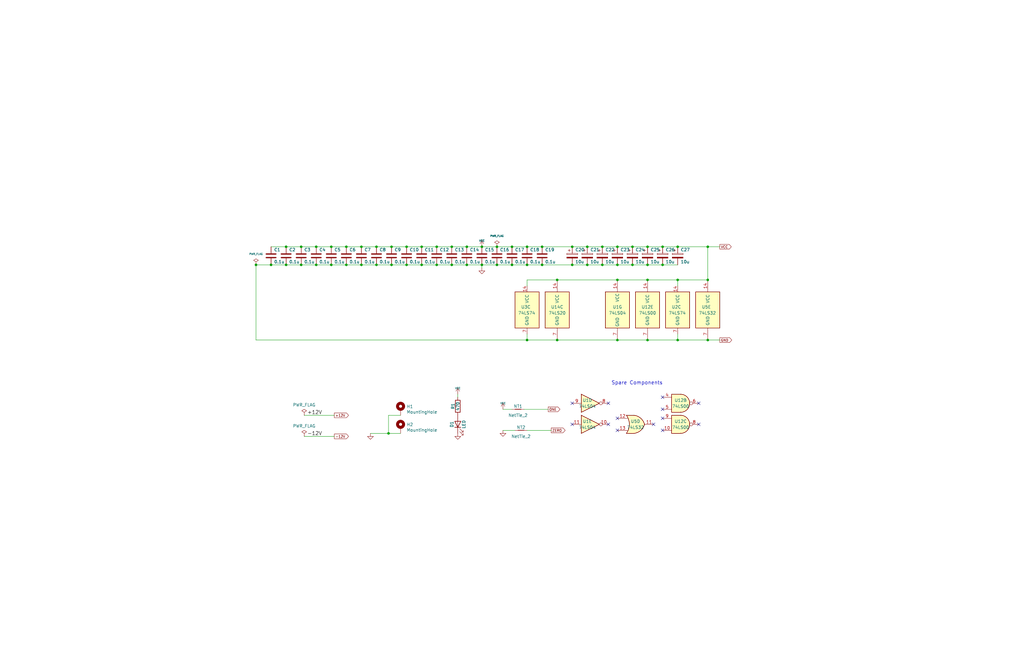
<source format=kicad_sch>
(kicad_sch (version 20211123) (generator eeschema)
  (paper "B")
  (lib_symbols
    (symbol "74xx:74LS00" (pin_names (offset 1.016))
      (property "Reference" "U" (at 0 1.27 0))
      (property "Value" "74LS00" (at 0 -1.27 0))
      (symbol "74LS00_1_1"
        (arc (start 0 -3.81) (mid 3.81 0) (end 0 3.81) (stroke (width 0.254)) (fill (type background)))
        (polyline (pts (xy 0 3.81) (xy -3.81 3.81) (xy -3.81 -3.81) (xy 0 -3.81)) (stroke (width 0.254)) (fill (type background)))
        (pin input line (at -7.62 2.54 0) (length 3.81) (name "~") (number "1"))
        (pin input line (at -7.62 -2.54 0) (length 3.81) (name "~") (number "2"))
        (pin output inverted (at 7.62 0 180) (length 3.81) (name "~") (number "3"))
      )
      (symbol "74LS00_1_2"
        (arc (start -3.81 -3.81) (mid -2.589 0) (end -3.81 3.81) (stroke (width 0.254)))
        (arc (start -0.6096 -3.81) (mid 2.1842 -2.5851) (end 3.81 0) (stroke (width 0.254)) (fill (type background)))
        (polyline (pts (xy -3.81 -3.81) (xy -0.635 -3.81)) (stroke (width 0.254)) (fill (type background)))
        (polyline (pts (xy -3.81 3.81) (xy -0.635 3.81)) (stroke (width 0.254)) (fill (type background)))
        (polyline (pts (xy -0.635 3.81) (xy -3.81 3.81) (xy -3.81 3.81) (xy -3.556 3.4036) (xy -3.0226 2.2606) (xy -2.6924 1.0414) (xy -2.6162 -0.254) (xy -2.7686 -1.4986) (xy -3.175 -2.7178) (xy -3.81 -3.81) (xy -3.81 -3.81) (xy -0.635 -3.81)) (stroke (width -25.4)) (fill (type background)))
        (arc (start 3.81 0) (mid 2.1915 2.5936) (end -0.6096 3.81) (stroke (width 0.254)) (fill (type background)))
        (pin input inverted (at -7.62 2.54 0) (length 4.318) (name "~") (number "1"))
        (pin input inverted (at -7.62 -2.54 0) (length 4.318) (name "~") (number "2"))
        (pin output line (at 7.62 0 180) (length 3.81) (name "~") (number "3"))
      )
      (symbol "74LS00_2_1"
        (arc (start 0 -3.81) (mid 3.81 0) (end 0 3.81) (stroke (width 0.254)) (fill (type background)))
        (polyline (pts (xy 0 3.81) (xy -3.81 3.81) (xy -3.81 -3.81) (xy 0 -3.81)) (stroke (width 0.254)) (fill (type background)))
        (pin input line (at -7.62 2.54 0) (length 3.81) (name "~") (number "4"))
        (pin input line (at -7.62 -2.54 0) (length 3.81) (name "~") (number "5"))
        (pin output inverted (at 7.62 0 180) (length 3.81) (name "~") (number "6"))
      )
      (symbol "74LS00_2_2"
        (arc (start -3.81 -3.81) (mid -2.589 0) (end -3.81 3.81) (stroke (width 0.254)))
        (arc (start -0.6096 -3.81) (mid 2.1842 -2.5851) (end 3.81 0) (stroke (width 0.254)) (fill (type background)))
        (polyline (pts (xy -3.81 -3.81) (xy -0.635 -3.81)) (stroke (width 0.254)) (fill (type background)))
        (polyline (pts (xy -3.81 3.81) (xy -0.635 3.81)) (stroke (width 0.254)) (fill (type background)))
        (polyline (pts (xy -0.635 3.81) (xy -3.81 3.81) (xy -3.81 3.81) (xy -3.556 3.4036) (xy -3.0226 2.2606) (xy -2.6924 1.0414) (xy -2.6162 -0.254) (xy -2.7686 -1.4986) (xy -3.175 -2.7178) (xy -3.81 -3.81) (xy -3.81 -3.81) (xy -0.635 -3.81)) (stroke (width -25.4)) (fill (type background)))
        (arc (start 3.81 0) (mid 2.1915 2.5936) (end -0.6096 3.81) (stroke (width 0.254)) (fill (type background)))
        (pin input inverted (at -7.62 2.54 0) (length 4.318) (name "~") (number "4"))
        (pin input inverted (at -7.62 -2.54 0) (length 4.318) (name "~") (number "5"))
        (pin output line (at 7.62 0 180) (length 3.81) (name "~") (number "6"))
      )
      (symbol "74LS00_3_1"
        (arc (start 0 -3.81) (mid 3.81 0) (end 0 3.81) (stroke (width 0.254)) (fill (type background)))
        (polyline (pts (xy 0 3.81) (xy -3.81 3.81) (xy -3.81 -3.81) (xy 0 -3.81)) (stroke (width 0.254)) (fill (type background)))
        (pin input line (at -7.62 -2.54 0) (length 3.81) (name "~") (number "10"))
        (pin output inverted (at 7.62 0 180) (length 3.81) (name "~") (number "8"))
        (pin input line (at -7.62 2.54 0) (length 3.81) (name "~") (number "9"))
      )
      (symbol "74LS00_3_2"
        (arc (start -3.81 -3.81) (mid -2.589 0) (end -3.81 3.81) (stroke (width 0.254)))
        (arc (start -0.6096 -3.81) (mid 2.1842 -2.5851) (end 3.81 0) (stroke (width 0.254)) (fill (type background)))
        (polyline (pts (xy -3.81 -3.81) (xy -0.635 -3.81)) (stroke (width 0.254)) (fill (type background)))
        (polyline (pts (xy -3.81 3.81) (xy -0.635 3.81)) (stroke (width 0.254)) (fill (type background)))
        (polyline (pts (xy -0.635 3.81) (xy -3.81 3.81) (xy -3.81 3.81) (xy -3.556 3.4036) (xy -3.0226 2.2606) (xy -2.6924 1.0414) (xy -2.6162 -0.254) (xy -2.7686 -1.4986) (xy -3.175 -2.7178) (xy -3.81 -3.81) (xy -3.81 -3.81) (xy -0.635 -3.81)) (stroke (width -25.4)) (fill (type background)))
        (arc (start 3.81 0) (mid 2.1915 2.5936) (end -0.6096 3.81) (stroke (width 0.254)) (fill (type background)))
        (pin input inverted (at -7.62 -2.54 0) (length 4.318) (name "~") (number "10"))
        (pin output line (at 7.62 0 180) (length 3.81) (name "~") (number "8"))
        (pin input inverted (at -7.62 2.54 0) (length 4.318) (name "~") (number "9"))
      )
      (symbol "74LS00_4_1"
        (arc (start 0 -3.81) (mid 3.81 0) (end 0 3.81) (stroke (width 0.254)) (fill (type background)))
        (polyline (pts (xy 0 3.81) (xy -3.81 3.81) (xy -3.81 -3.81) (xy 0 -3.81)) (stroke (width 0.254)) (fill (type background)))
        (pin output inverted (at 7.62 0 180) (length 3.81) (name "~") (number "11"))
        (pin input line (at -7.62 2.54 0) (length 3.81) (name "~") (number "12"))
        (pin input line (at -7.62 -2.54 0) (length 3.81) (name "~") (number "13"))
      )
      (symbol "74LS00_4_2"
        (arc (start -3.81 -3.81) (mid -2.589 0) (end -3.81 3.81) (stroke (width 0.254)))
        (arc (start -0.6096 -3.81) (mid 2.1842 -2.5851) (end 3.81 0) (stroke (width 0.254)) (fill (type background)))
        (polyline (pts (xy -3.81 -3.81) (xy -0.635 -3.81)) (stroke (width 0.254)) (fill (type background)))
        (polyline (pts (xy -3.81 3.81) (xy -0.635 3.81)) (stroke (width 0.254)) (fill (type background)))
        (polyline (pts (xy -0.635 3.81) (xy -3.81 3.81) (xy -3.81 3.81) (xy -3.556 3.4036) (xy -3.0226 2.2606) (xy -2.6924 1.0414) (xy -2.6162 -0.254) (xy -2.7686 -1.4986) (xy -3.175 -2.7178) (xy -3.81 -3.81) (xy -3.81 -3.81) (xy -0.635 -3.81)) (stroke (width -25.4)) (fill (type background)))
        (arc (start 3.81 0) (mid 2.1915 2.5936) (end -0.6096 3.81) (stroke (width 0.254)) (fill (type background)))
        (pin output line (at 7.62 0 180) (length 3.81) (name "~") (number "11"))
        (pin input inverted (at -7.62 2.54 0) (length 4.318) (name "~") (number "12"))
        (pin input inverted (at -7.62 -2.54 0) (length 4.318) (name "~") (number "13"))
      )
      (symbol "74LS00_5_0"
        (pin power_in line (at 0 12.7 270) (length 5.08) (name "VCC") (number "14"))
        (pin power_in line (at 0 -12.7 90) (length 5.08) (name "GND") (number "7"))
      )
      (symbol "74LS00_5_1"
        (rectangle (start -5.08 7.62) (end 5.08 -7.62) (stroke (width 0.254)) (fill (type background)))
      )
    )
    (symbol "74xx:74LS04"
      (property "Reference" "U" (at 0 1.27 0))
      (property "Value" "74LS04" (at 0 -1.27 0))
      (symbol "74LS04_1_0"
        (polyline (pts (xy -3.81 3.81) (xy -3.81 -3.81) (xy 3.81 0) (xy -3.81 3.81)) (stroke (width 0.254)) (fill (type background)))
        (pin input line (at -7.62 0 0) (length 3.81) (name "~") (number "1"))
        (pin output inverted (at 7.62 0 180) (length 3.81) (name "~") (number "2"))
      )
      (symbol "74LS04_2_0"
        (polyline (pts (xy -3.81 3.81) (xy -3.81 -3.81) (xy 3.81 0) (xy -3.81 3.81)) (stroke (width 0.254)) (fill (type background)))
        (pin input line (at -7.62 0 0) (length 3.81) (name "~") (number "3"))
        (pin output inverted (at 7.62 0 180) (length 3.81) (name "~") (number "4"))
      )
      (symbol "74LS04_3_0"
        (polyline (pts (xy -3.81 3.81) (xy -3.81 -3.81) (xy 3.81 0) (xy -3.81 3.81)) (stroke (width 0.254)) (fill (type background)))
        (pin input line (at -7.62 0 0) (length 3.81) (name "~") (number "5"))
        (pin output inverted (at 7.62 0 180) (length 3.81) (name "~") (number "6"))
      )
      (symbol "74LS04_4_0"
        (polyline (pts (xy -3.81 3.81) (xy -3.81 -3.81) (xy 3.81 0) (xy -3.81 3.81)) (stroke (width 0.254)) (fill (type background)))
        (pin output inverted (at 7.62 0 180) (length 3.81) (name "~") (number "8"))
        (pin input line (at -7.62 0 0) (length 3.81) (name "~") (number "9"))
      )
      (symbol "74LS04_5_0"
        (polyline (pts (xy -3.81 3.81) (xy -3.81 -3.81) (xy 3.81 0) (xy -3.81 3.81)) (stroke (width 0.254)) (fill (type background)))
        (pin output inverted (at 7.62 0 180) (length 3.81) (name "~") (number "10"))
        (pin input line (at -7.62 0 0) (length 3.81) (name "~") (number "11"))
      )
      (symbol "74LS04_6_0"
        (polyline (pts (xy -3.81 3.81) (xy -3.81 -3.81) (xy 3.81 0) (xy -3.81 3.81)) (stroke (width 0.254)) (fill (type background)))
        (pin output inverted (at 7.62 0 180) (length 3.81) (name "~") (number "12"))
        (pin input line (at -7.62 0 0) (length 3.81) (name "~") (number "13"))
      )
      (symbol "74LS04_7_0"
        (pin power_in line (at 0 12.7 270) (length 5.08) (name "VCC") (number "14"))
        (pin power_in line (at 0 -12.7 90) (length 5.08) (name "GND") (number "7"))
      )
      (symbol "74LS04_7_1"
        (rectangle (start -5.08 7.62) (end 5.08 -7.62) (stroke (width 0.254)) (fill (type background)))
      )
    )
    (symbol "74xx:74LS20" (pin_names (offset 1.016))
      (property "Reference" "U" (at 0 1.27 0))
      (property "Value" "74LS20" (at 0 -1.27 0))
      (symbol "74LS20_1_1"
        (arc (start -0.635 -4.445) (mid 3.81 0) (end -0.635 4.445) (stroke (width 0.254)) (fill (type background)))
        (polyline (pts (xy -0.635 4.445) (xy -3.81 4.445) (xy -3.81 -4.445) (xy -0.635 -4.445)) (stroke (width 0.254)) (fill (type background)))
        (pin input line (at -7.62 3.81 0) (length 3.81) (name "~") (number "1"))
        (pin input line (at -7.62 1.27 0) (length 3.81) (name "~") (number "2"))
        (pin input line (at -7.62 -1.27 0) (length 3.81) (name "~") (number "4"))
        (pin input line (at -7.62 -3.81 0) (length 3.81) (name "~") (number "5"))
        (pin output inverted (at 7.62 0 180) (length 3.81) (name "~") (number "6"))
      )
      (symbol "74LS20_1_2"
        (arc (start -3.81 -4.445) (mid -2.5908 0) (end -3.81 4.445) (stroke (width 0.254)))
        (arc (start -0.6096 -4.445) (mid 2.2246 -2.8422) (end 3.81 0) (stroke (width 0.254)) (fill (type background)))
        (polyline (pts (xy -3.81 -4.445) (xy -0.635 -4.445)) (stroke (width 0.254)) (fill (type background)))
        (polyline (pts (xy -3.81 4.445) (xy -0.635 4.445)) (stroke (width 0.254)) (fill (type background)))
        (polyline (pts (xy -0.635 4.445) (xy -3.81 4.445) (xy -3.81 4.445) (xy -3.6322 4.0894) (xy -3.0988 2.921) (xy -2.7686 1.6764) (xy -2.6162 0.4318) (xy -2.6416 -0.8636) (xy -2.8702 -2.1082) (xy -3.2512 -3.3274) (xy -3.81 -4.445) (xy -3.81 -4.445) (xy -0.635 -4.445)) (stroke (width -25.4)) (fill (type background)))
        (arc (start 3.81 0) (mid 2.2204 2.8379) (end -0.6096 4.445) (stroke (width 0.254)) (fill (type background)))
        (pin input inverted (at -7.62 3.81 0) (length 3.81) (name "~") (number "1"))
        (pin input inverted (at -7.62 1.27 0) (length 4.826) (name "~") (number "2"))
        (pin input inverted (at -7.62 -1.27 0) (length 4.826) (name "~") (number "4"))
        (pin input inverted (at -7.62 -3.81 0) (length 3.81) (name "~") (number "5"))
        (pin output line (at 7.62 0 180) (length 3.81) (name "~") (number "6"))
      )
      (symbol "74LS20_2_1"
        (arc (start -0.635 -4.445) (mid 3.81 0) (end -0.635 4.445) (stroke (width 0.254)) (fill (type background)))
        (polyline (pts (xy -0.635 4.445) (xy -3.81 4.445) (xy -3.81 -4.445) (xy -0.635 -4.445)) (stroke (width 0.254)) (fill (type background)))
        (pin input line (at -7.62 1.27 0) (length 3.81) (name "~") (number "10"))
        (pin input line (at -7.62 -1.27 0) (length 3.81) (name "~") (number "12"))
        (pin input line (at -7.62 -3.81 0) (length 3.81) (name "~") (number "13"))
        (pin output inverted (at 7.62 0 180) (length 3.81) (name "~") (number "8"))
        (pin input line (at -7.62 3.81 0) (length 3.81) (name "~") (number "9"))
      )
      (symbol "74LS20_2_2"
        (arc (start -3.81 -4.445) (mid -2.5908 0) (end -3.81 4.445) (stroke (width 0.254)))
        (arc (start -0.6096 -4.445) (mid 2.2246 -2.8422) (end 3.81 0) (stroke (width 0.254)) (fill (type background)))
        (polyline (pts (xy -3.81 -4.445) (xy -0.635 -4.445)) (stroke (width 0.254)) (fill (type background)))
        (polyline (pts (xy -3.81 4.445) (xy -0.635 4.445)) (stroke (width 0.254)) (fill (type background)))
        (polyline (pts (xy -0.635 4.445) (xy -3.81 4.445) (xy -3.81 4.445) (xy -3.6322 4.0894) (xy -3.0988 2.921) (xy -2.7686 1.6764) (xy -2.6162 0.4318) (xy -2.6416 -0.8636) (xy -2.8702 -2.1082) (xy -3.2512 -3.3274) (xy -3.81 -4.445) (xy -3.81 -4.445) (xy -0.635 -4.445)) (stroke (width -25.4)) (fill (type background)))
        (arc (start 3.81 0) (mid 2.2204 2.8379) (end -0.6096 4.445) (stroke (width 0.254)) (fill (type background)))
        (pin input inverted (at -7.62 1.27 0) (length 4.826) (name "~") (number "10"))
        (pin input inverted (at -7.62 -1.27 0) (length 4.826) (name "~") (number "12"))
        (pin input inverted (at -7.62 -3.81 0) (length 3.81) (name "~") (number "13"))
        (pin output line (at 7.62 0 180) (length 3.81) (name "~") (number "8"))
        (pin input inverted (at -7.62 3.81 0) (length 3.81) (name "~") (number "9"))
      )
      (symbol "74LS20_3_0"
        (pin power_in line (at 0 12.7 270) (length 5.08) (name "VCC") (number "14"))
        (pin power_in line (at 0 -12.7 90) (length 5.08) (name "GND") (number "7"))
      )
      (symbol "74LS20_3_1"
        (rectangle (start -5.08 7.62) (end 5.08 -7.62) (stroke (width 0.254)) (fill (type background)))
      )
    )
    (symbol "74xx:74LS32" (pin_names (offset 1.016))
      (property "Reference" "U" (at 0 1.27 0))
      (property "Value" "74LS32" (at 0 -1.27 0))
      (symbol "74LS32_1_1"
        (arc (start -3.81 -3.81) (mid -2.589 0) (end -3.81 3.81) (stroke (width 0.254)))
        (arc (start -0.6096 -3.81) (mid 2.1842 -2.5851) (end 3.81 0) (stroke (width 0.254)) (fill (type background)))
        (polyline (pts (xy -3.81 -3.81) (xy -0.635 -3.81)) (stroke (width 0.254)) (fill (type background)))
        (polyline (pts (xy -3.81 3.81) (xy -0.635 3.81)) (stroke (width 0.254)) (fill (type background)))
        (polyline (pts (xy -0.635 3.81) (xy -3.81 3.81) (xy -3.81 3.81) (xy -3.556 3.4036) (xy -3.0226 2.2606) (xy -2.6924 1.0414) (xy -2.6162 -0.254) (xy -2.7686 -1.4986) (xy -3.175 -2.7178) (xy -3.81 -3.81) (xy -3.81 -3.81) (xy -0.635 -3.81)) (stroke (width -25.4)) (fill (type background)))
        (arc (start 3.81 0) (mid 2.1915 2.5936) (end -0.6096 3.81) (stroke (width 0.254)) (fill (type background)))
        (pin input line (at -7.62 2.54 0) (length 4.318) (name "~") (number "1"))
        (pin input line (at -7.62 -2.54 0) (length 4.318) (name "~") (number "2"))
        (pin output line (at 7.62 0 180) (length 3.81) (name "~") (number "3"))
      )
      (symbol "74LS32_1_2"
        (arc (start 0 -3.81) (mid 3.81 0) (end 0 3.81) (stroke (width 0.254)) (fill (type background)))
        (polyline (pts (xy 0 3.81) (xy -3.81 3.81) (xy -3.81 -3.81) (xy 0 -3.81)) (stroke (width 0.254)) (fill (type background)))
        (pin input inverted (at -7.62 2.54 0) (length 3.81) (name "~") (number "1"))
        (pin input inverted (at -7.62 -2.54 0) (length 3.81) (name "~") (number "2"))
        (pin output inverted (at 7.62 0 180) (length 3.81) (name "~") (number "3"))
      )
      (symbol "74LS32_2_1"
        (arc (start -3.81 -3.81) (mid -2.589 0) (end -3.81 3.81) (stroke (width 0.254)))
        (arc (start -0.6096 -3.81) (mid 2.1842 -2.5851) (end 3.81 0) (stroke (width 0.254)) (fill (type background)))
        (polyline (pts (xy -3.81 -3.81) (xy -0.635 -3.81)) (stroke (width 0.254)) (fill (type background)))
        (polyline (pts (xy -3.81 3.81) (xy -0.635 3.81)) (stroke (width 0.254)) (fill (type background)))
        (polyline (pts (xy -0.635 3.81) (xy -3.81 3.81) (xy -3.81 3.81) (xy -3.556 3.4036) (xy -3.0226 2.2606) (xy -2.6924 1.0414) (xy -2.6162 -0.254) (xy -2.7686 -1.4986) (xy -3.175 -2.7178) (xy -3.81 -3.81) (xy -3.81 -3.81) (xy -0.635 -3.81)) (stroke (width -25.4)) (fill (type background)))
        (arc (start 3.81 0) (mid 2.1915 2.5936) (end -0.6096 3.81) (stroke (width 0.254)) (fill (type background)))
        (pin input line (at -7.62 2.54 0) (length 4.318) (name "~") (number "4"))
        (pin input line (at -7.62 -2.54 0) (length 4.318) (name "~") (number "5"))
        (pin output line (at 7.62 0 180) (length 3.81) (name "~") (number "6"))
      )
      (symbol "74LS32_2_2"
        (arc (start 0 -3.81) (mid 3.81 0) (end 0 3.81) (stroke (width 0.254)) (fill (type background)))
        (polyline (pts (xy 0 3.81) (xy -3.81 3.81) (xy -3.81 -3.81) (xy 0 -3.81)) (stroke (width 0.254)) (fill (type background)))
        (pin input inverted (at -7.62 2.54 0) (length 3.81) (name "~") (number "4"))
        (pin input inverted (at -7.62 -2.54 0) (length 3.81) (name "~") (number "5"))
        (pin output inverted (at 7.62 0 180) (length 3.81) (name "~") (number "6"))
      )
      (symbol "74LS32_3_1"
        (arc (start -3.81 -3.81) (mid -2.589 0) (end -3.81 3.81) (stroke (width 0.254)))
        (arc (start -0.6096 -3.81) (mid 2.1842 -2.5851) (end 3.81 0) (stroke (width 0.254)) (fill (type background)))
        (polyline (pts (xy -3.81 -3.81) (xy -0.635 -3.81)) (stroke (width 0.254)) (fill (type background)))
        (polyline (pts (xy -3.81 3.81) (xy -0.635 3.81)) (stroke (width 0.254)) (fill (type background)))
        (polyline (pts (xy -0.635 3.81) (xy -3.81 3.81) (xy -3.81 3.81) (xy -3.556 3.4036) (xy -3.0226 2.2606) (xy -2.6924 1.0414) (xy -2.6162 -0.254) (xy -2.7686 -1.4986) (xy -3.175 -2.7178) (xy -3.81 -3.81) (xy -3.81 -3.81) (xy -0.635 -3.81)) (stroke (width -25.4)) (fill (type background)))
        (arc (start 3.81 0) (mid 2.1915 2.5936) (end -0.6096 3.81) (stroke (width 0.254)) (fill (type background)))
        (pin input line (at -7.62 -2.54 0) (length 4.318) (name "~") (number "10"))
        (pin output line (at 7.62 0 180) (length 3.81) (name "~") (number "8"))
        (pin input line (at -7.62 2.54 0) (length 4.318) (name "~") (number "9"))
      )
      (symbol "74LS32_3_2"
        (arc (start 0 -3.81) (mid 3.81 0) (end 0 3.81) (stroke (width 0.254)) (fill (type background)))
        (polyline (pts (xy 0 3.81) (xy -3.81 3.81) (xy -3.81 -3.81) (xy 0 -3.81)) (stroke (width 0.254)) (fill (type background)))
        (pin input inverted (at -7.62 -2.54 0) (length 3.81) (name "~") (number "10"))
        (pin output inverted (at 7.62 0 180) (length 3.81) (name "~") (number "8"))
        (pin input inverted (at -7.62 2.54 0) (length 3.81) (name "~") (number "9"))
      )
      (symbol "74LS32_4_1"
        (arc (start -3.81 -3.81) (mid -2.589 0) (end -3.81 3.81) (stroke (width 0.254)))
        (arc (start -0.6096 -3.81) (mid 2.1842 -2.5851) (end 3.81 0) (stroke (width 0.254)) (fill (type background)))
        (polyline (pts (xy -3.81 -3.81) (xy -0.635 -3.81)) (stroke (width 0.254)) (fill (type background)))
        (polyline (pts (xy -3.81 3.81) (xy -0.635 3.81)) (stroke (width 0.254)) (fill (type background)))
        (polyline (pts (xy -0.635 3.81) (xy -3.81 3.81) (xy -3.81 3.81) (xy -3.556 3.4036) (xy -3.0226 2.2606) (xy -2.6924 1.0414) (xy -2.6162 -0.254) (xy -2.7686 -1.4986) (xy -3.175 -2.7178) (xy -3.81 -3.81) (xy -3.81 -3.81) (xy -0.635 -3.81)) (stroke (width -25.4)) (fill (type background)))
        (arc (start 3.81 0) (mid 2.1915 2.5936) (end -0.6096 3.81) (stroke (width 0.254)) (fill (type background)))
        (pin output line (at 7.62 0 180) (length 3.81) (name "~") (number "11"))
        (pin input line (at -7.62 2.54 0) (length 4.318) (name "~") (number "12"))
        (pin input line (at -7.62 -2.54 0) (length 4.318) (name "~") (number "13"))
      )
      (symbol "74LS32_4_2"
        (arc (start 0 -3.81) (mid 3.81 0) (end 0 3.81) (stroke (width 0.254)) (fill (type background)))
        (polyline (pts (xy 0 3.81) (xy -3.81 3.81) (xy -3.81 -3.81) (xy 0 -3.81)) (stroke (width 0.254)) (fill (type background)))
        (pin output inverted (at 7.62 0 180) (length 3.81) (name "~") (number "11"))
        (pin input inverted (at -7.62 2.54 0) (length 3.81) (name "~") (number "12"))
        (pin input inverted (at -7.62 -2.54 0) (length 3.81) (name "~") (number "13"))
      )
      (symbol "74LS32_5_0"
        (pin power_in line (at 0 12.7 270) (length 5.08) (name "VCC") (number "14"))
        (pin power_in line (at 0 -12.7 90) (length 5.08) (name "GND") (number "7"))
      )
      (symbol "74LS32_5_1"
        (rectangle (start -5.08 7.62) (end 5.08 -7.62) (stroke (width 0.254)) (fill (type background)))
      )
    )
    (symbol "74xx:74LS74" (pin_names (offset 1.016))
      (property "Reference" "U" (at -7.62 8.89 0))
      (property "Value" "74LS74" (at -7.62 -8.89 0))
      (symbol "74LS74_1_0"
        (pin input line (at 0 -7.62 90) (length 2.54) (name "~{R}") (number "1"))
        (pin input line (at -7.62 2.54 0) (length 2.54) (name "D") (number "2"))
        (pin input clock (at -7.62 0 0) (length 2.54) (name "C") (number "3"))
        (pin input line (at 0 7.62 270) (length 2.54) (name "~{S}") (number "4"))
        (pin output line (at 7.62 2.54 180) (length 2.54) (name "Q") (number "5"))
        (pin output line (at 7.62 -2.54 180) (length 2.54) (name "~{Q}") (number "6"))
      )
      (symbol "74LS74_1_1"
        (rectangle (start -5.08 5.08) (end 5.08 -5.08) (stroke (width 0.254)) (fill (type background)))
      )
      (symbol "74LS74_2_0"
        (pin input line (at 0 7.62 270) (length 2.54) (name "~{S}") (number "10"))
        (pin input clock (at -7.62 0 0) (length 2.54) (name "C") (number "11"))
        (pin input line (at -7.62 2.54 0) (length 2.54) (name "D") (number "12"))
        (pin input line (at 0 -7.62 90) (length 2.54) (name "~{R}") (number "13"))
        (pin output line (at 7.62 -2.54 180) (length 2.54) (name "~{Q}") (number "8"))
        (pin output line (at 7.62 2.54 180) (length 2.54) (name "Q") (number "9"))
      )
      (symbol "74LS74_2_1"
        (rectangle (start -5.08 5.08) (end 5.08 -5.08) (stroke (width 0.254)) (fill (type background)))
      )
      (symbol "74LS74_3_0"
        (pin power_in line (at 0 10.16 270) (length 2.54) (name "VCC") (number "14"))
        (pin power_in line (at 0 -10.16 90) (length 2.54) (name "GND") (number "7"))
      )
      (symbol "74LS74_3_1"
        (rectangle (start -5.08 7.62) (end 5.08 -7.62) (stroke (width 0.254)) (fill (type background)))
      )
    )
    (symbol "Device:C" (pin_numbers hide) (pin_names (offset 0.254))
      (property "Reference" "C" (at 0.635 2.54 0))
      (property "Value" "C" (at 0.635 -2.54 0))
      (symbol "C_0_1"
        (polyline (pts (xy -2.032 -0.762) (xy 2.032 -0.762)) (stroke (width 0.508)))
        (polyline (pts (xy -2.032 0.762) (xy 2.032 0.762)) (stroke (width 0.508)))
      )
      (symbol "C_1_1"
        (pin passive line (at 0 3.81 270) (length 2.794) (name "~") (number "1"))
        (pin passive line (at 0 -3.81 90) (length 2.794) (name "~") (number "2"))
      )
    )
    (symbol "Device:C_Polarized" (pin_numbers hide) (pin_names (offset 0.254))
      (property "Reference" "C" (at 0.635 2.54 0))
      (property "Value" "C_Polarized" (at 0.635 -2.54 0))
      (symbol "C_Polarized_0_1"
        (rectangle (start -2.286 0.508) (end 2.286 1.016))
        (polyline (pts (xy -1.778 2.286) (xy -0.762 2.286)))
        (polyline (pts (xy -1.27 2.794) (xy -1.27 1.778)))
        (rectangle (start 2.286 -0.508) (end -2.286 -1.016) (fill (type outline)))
      )
      (symbol "C_Polarized_1_1"
        (pin passive line (at 0 3.81 270) (length 2.794) (name "~") (number "1"))
        (pin passive line (at 0 -3.81 90) (length 2.794) (name "~") (number "2"))
      )
    )
    (symbol "Device:LED" (pin_numbers hide) (pin_names (offset 1.016) hide)
      (property "Reference" "D" (at 0 2.54 0))
      (property "Value" "LED" (at 0 -2.54 0))
      (symbol "LED_0_1"
        (polyline (pts (xy -1.27 -1.27) (xy -1.27 1.27)) (stroke (width 0.254)))
        (polyline (pts (xy -1.27 0) (xy 1.27 0)))
        (polyline (pts (xy 1.27 -1.27) (xy 1.27 1.27) (xy -1.27 0) (xy 1.27 -1.27)) (stroke (width 0.254)))
        (polyline (pts (xy -3.048 -0.762) (xy -4.572 -2.286) (xy -3.81 -2.286) (xy -4.572 -2.286) (xy -4.572 -1.524)))
        (polyline (pts (xy -1.778 -0.762) (xy -3.302 -2.286) (xy -2.54 -2.286) (xy -3.302 -2.286) (xy -3.302 -1.524)))
      )
      (symbol "LED_1_1"
        (pin passive line (at -3.81 0 0) (length 2.54) (name "K") (number "1"))
        (pin passive line (at 3.81 0 180) (length 2.54) (name "A") (number "2"))
      )
    )
    (symbol "Device:NetTie_2" (pin_numbers hide) (pin_names (offset 0) hide) (in_bom no)
      (property "Reference" "NT" (at 0 1.27 0))
      (property "Value" "NetTie_2" (at 0 -1.27 0))
      (symbol "NetTie_2_0_1"
        (polyline (pts (xy -1.27 0) (xy 1.27 0)) (stroke (width 0.254)))
      )
      (symbol "NetTie_2_1_1"
        (pin passive line (at -2.54 0 0) (length 2.54) (name "1") (number "1"))
        (pin passive line (at 2.54 0 180) (length 2.54) (name "2") (number "2"))
      )
    )
    (symbol "Device:R" (pin_numbers hide) (pin_names (offset 0))
      (property "Reference" "R" (at 2.032 0 90))
      (property "Value" "R" (at 0 0 90))
      (symbol "R_0_1"
        (rectangle (start -1.016 -2.54) (end 1.016 2.54) (stroke (width 0.254)))
      )
      (symbol "R_1_1"
        (pin passive line (at 0 3.81 270) (length 1.27) (name "~") (number "1"))
        (pin passive line (at 0 -3.81 90) (length 1.27) (name "~") (number "2"))
      )
    )
    (symbol "Mechanical:MountingHole_Pad" (pin_numbers hide) (pin_names (offset 1.016) hide)
      (property "Reference" "H" (at 0 6.35 0))
      (property "Value" "MountingHole_Pad" (at 0 4.445 0))
      (symbol "MountingHole_Pad_0_1"
        (circle (center 0 1.27) (radius 1.27) (stroke (width 1.27)))
      )
      (symbol "MountingHole_Pad_1_1"
        (pin input line (at 0 -2.54 90) (length 2.54) (name "1") (number "1"))
      )
    )
    (symbol "power:GND" (power) (pin_names (offset 0))
      (property "Value" "GND" (at 0 -3.81 0))
      (symbol "GND_0_1"
        (polyline (pts (xy 0 0) (xy 0 -1.27) (xy 1.27 -1.27) (xy 0 -2.54) (xy -1.27 -1.27) (xy 0 -1.27)))
      )
      (symbol "GND_1_1"
        (pin power_in line (at 0 0 270) (length 0) hide (name "GND") (number "1"))
      )
    )
    (symbol "power:PWR_FLAG" (power) (pin_numbers hide) (pin_names (offset 0) hide)
      (property "Value" "PWR_FLAG" (at 0 3.81 0))
      (symbol "PWR_FLAG_0_0"
        (pin power_out line (at 0 0 90) (length 0) (name "pwr") (number "1"))
      )
      (symbol "PWR_FLAG_0_1"
        (polyline (pts (xy 0 0) (xy 0 1.27) (xy -1.016 1.905) (xy 0 2.54) (xy 1.016 1.905) (xy 0 1.27)))
      )
    )
    (symbol "power:VCC" (power) (pin_names (offset 0))
      (property "Value" "VCC" (at 0 3.81 0))
      (symbol "VCC_0_1"
        (polyline (pts (xy -0.762 1.27) (xy 0 2.54)))
        (polyline (pts (xy 0 0) (xy 0 2.54)))
        (polyline (pts (xy 0 2.54) (xy 0.762 1.27)))
      )
      (symbol "VCC_1_1"
        (pin power_in line (at 0 0 90) (length 0) hide (name "VCC") (number "1"))
      )
    )
  )
  (junction (at 273.05 104.14))
  (junction (at 241.3 111.76))
  (junction (at 279.4 111.76))
  (junction (at 285.75 118.11))
  (junction (at 127 104.14))
  (junction (at 228.6 104.14))
  (junction (at 285.75 104.14))
  (junction (at 177.8 104.14))
  (junction (at 203.2 104.14))
  (junction (at 152.4 104.14))
  (junction (at 203.2 111.76))
  (junction (at 222.25 104.14))
  (junction (at 247.65 104.14))
  (junction (at 152.4 111.76))
  (junction (at 196.85 104.14))
  (junction (at 215.9 111.76))
  (junction (at 209.55 104.14))
  (junction (at 209.55 111.76))
  (junction (at 260.35 111.76))
  (junction (at 260.35 118.11))
  (junction (at 196.85 111.76))
  (junction (at 241.3 104.14))
  (junction (at 165.1 104.14))
  (junction (at 139.7 104.14))
  (junction (at 285.75 143.51))
  (junction (at 273.05 143.51))
  (junction (at 127 111.76))
  (junction (at 114.3 111.76))
  (junction (at 260.35 104.14))
  (junction (at 222.25 143.51))
  (junction (at 177.8 111.76))
  (junction (at 163.83 182.88))
  (junction (at 298.45 143.51))
  (junction (at 107.95 111.76))
  (junction (at 171.45 104.14))
  (junction (at 190.5 104.14))
  (junction (at 184.15 104.14))
  (junction (at 266.7 111.76))
  (junction (at 158.75 104.14))
  (junction (at 133.35 111.76))
  (junction (at 171.45 111.76))
  (junction (at 165.1 111.76))
  (junction (at 279.4 104.14))
  (junction (at 298.45 104.14))
  (junction (at 266.7 104.14))
  (junction (at 247.65 111.76))
  (junction (at 146.05 104.14))
  (junction (at 228.6 111.76))
  (junction (at 184.15 111.76))
  (junction (at 215.9 104.14))
  (junction (at 234.95 143.51))
  (junction (at 190.5 111.76))
  (junction (at 254 104.14))
  (junction (at 133.35 104.14))
  (junction (at 260.35 143.51))
  (junction (at 273.05 111.76))
  (junction (at 273.05 118.11))
  (junction (at 234.95 118.11))
  (junction (at 146.05 111.76))
  (junction (at 254 111.76))
  (junction (at 222.25 111.76))
  (junction (at 298.45 118.11))
  (junction (at 139.7 111.76))
  (junction (at 120.65 111.76))
  (junction (at 158.75 111.76))
  (junction (at 120.65 104.14))
  (no_connect (at 256.54 179.07))
  (no_connect (at 275.59 179.07))
  (no_connect (at 241.3 179.07))
  (no_connect (at 294.64 179.07))
  (no_connect (at 279.4 172.72))
  (no_connect (at 260.35 176.53))
  (no_connect (at 256.54 170.18))
  (no_connect (at 241.3 170.18))
  (no_connect (at 260.35 181.61))
  (no_connect (at 279.4 176.53))
  (no_connect (at 279.4 181.61))
  (no_connect (at 294.64 170.18))
  (no_connect (at 279.4 167.64))
  (wire (pts (xy 260.35 143.51) (xy 273.05 143.51)))
  (wire (pts (xy 152.4 111.76) (xy 158.75 111.76)))
  (wire (pts (xy 133.35 111.76) (xy 139.7 111.76)))
  (wire (pts (xy 158.75 104.14) (xy 152.4 104.14)))
  (wire (pts (xy 222.25 111.76) (xy 228.6 111.76)))
  (wire (pts (xy 203.2 111.76) (xy 209.55 111.76)))
  (wire (pts (xy 266.7 111.76) (xy 273.05 111.76)))
  (wire (pts (xy 190.5 111.76) (xy 196.85 111.76)))
  (wire (pts (xy 212.09 181.61) (xy 217.17 181.61)))
  (wire (pts (xy 273.05 143.51) (xy 285.75 143.51)))
  (wire (pts (xy 168.91 182.88) (xy 163.83 182.88)))
  (wire (pts (xy 128.27 175.26) (xy 140.97 175.26)))
  (wire (pts (xy 165.1 104.14) (xy 158.75 104.14)))
  (wire (pts (xy 212.09 172.72) (xy 215.9 172.72)))
  (wire (pts (xy 254 111.76) (xy 260.35 111.76)))
  (wire (pts (xy 222.25 104.14) (xy 228.6 104.14)))
  (wire (pts (xy 222.25 120.65) (xy 222.25 118.11)))
  (wire (pts (xy 241.3 104.14) (xy 247.65 104.14)))
  (wire (pts (xy 247.65 111.76) (xy 254 111.76)))
  (wire (pts (xy 260.35 104.14) (xy 266.7 104.14)))
  (wire (pts (xy 285.75 118.11) (xy 298.45 118.11)))
  (wire (pts (xy 196.85 111.76) (xy 203.2 111.76)))
  (wire (pts (xy 209.55 104.14) (xy 215.9 104.14)))
  (wire (pts (xy 158.75 111.76) (xy 165.1 111.76)))
  (wire (pts (xy 107.95 111.76) (xy 114.3 111.76)))
  (wire (pts (xy 298.45 143.51) (xy 303.53 143.51)))
  (wire (pts (xy 222.25 118.11) (xy 234.95 118.11)))
  (wire (pts (xy 228.6 104.14) (xy 241.3 104.14)))
  (wire (pts (xy 203.2 104.14) (xy 209.55 104.14)))
  (wire (pts (xy 120.65 104.14) (xy 114.3 104.14)))
  (wire (pts (xy 184.15 104.14) (xy 190.5 104.14)))
  (wire (pts (xy 171.45 104.14) (xy 177.8 104.14)))
  (wire (pts (xy 128.27 184.15) (xy 140.97 184.15)))
  (wire (pts (xy 260.35 111.76) (xy 266.7 111.76)))
  (wire (pts (xy 260.35 118.11) (xy 273.05 118.11)))
  (wire (pts (xy 127 111.76) (xy 133.35 111.76)))
  (wire (pts (xy 279.4 104.14) (xy 285.75 104.14)))
  (wire (pts (xy 298.45 118.11) (xy 298.45 104.14)))
  (wire (pts (xy 234.95 118.11) (xy 260.35 118.11)))
  (wire (pts (xy 127 104.14) (xy 120.65 104.14)))
  (wire (pts (xy 234.95 143.51) (xy 260.35 143.51)))
  (wire (pts (xy 273.05 111.76) (xy 279.4 111.76)))
  (wire (pts (xy 222.25 143.51) (xy 234.95 143.51)))
  (wire (pts (xy 139.7 111.76) (xy 146.05 111.76)))
  (wire (pts (xy 114.3 111.76) (xy 120.65 111.76)))
  (wire (pts (xy 215.9 111.76) (xy 222.25 111.76)))
  (wire (pts (xy 273.05 118.11) (xy 285.75 118.11)))
  (wire (pts (xy 279.4 111.76) (xy 285.75 111.76)))
  (wire (pts (xy 254 104.14) (xy 260.35 104.14)))
  (wire (pts (xy 107.95 143.51) (xy 222.25 143.51)))
  (wire (pts (xy 177.8 111.76) (xy 184.15 111.76)))
  (wire (pts (xy 298.45 104.14) (xy 303.53 104.14)))
  (wire (pts (xy 220.98 172.72) (xy 231.14 172.72)))
  (wire (pts (xy 285.75 143.51) (xy 298.45 143.51)))
  (wire (pts (xy 152.4 104.14) (xy 146.05 104.14)))
  (wire (pts (xy 168.91 175.26) (xy 163.83 175.26)))
  (wire (pts (xy 203.2 111.76) (xy 203.2 113.03)))
  (wire (pts (xy 133.35 104.14) (xy 127 104.14)))
  (wire (pts (xy 146.05 104.14) (xy 139.7 104.14)))
  (wire (pts (xy 107.95 111.76) (xy 107.95 143.51)))
  (wire (pts (xy 184.15 111.76) (xy 190.5 111.76)))
  (wire (pts (xy 193.04 167.64) (xy 193.04 166.37)))
  (wire (pts (xy 247.65 104.14) (xy 254 104.14)))
  (wire (pts (xy 222.25 140.97) (xy 222.25 143.51)))
  (wire (pts (xy 228.6 111.76) (xy 241.3 111.76)))
  (wire (pts (xy 165.1 111.76) (xy 171.45 111.76)))
  (wire (pts (xy 273.05 104.14) (xy 279.4 104.14)))
  (wire (pts (xy 171.45 104.14) (xy 165.1 104.14)))
  (wire (pts (xy 222.25 181.61) (xy 232.41 181.61)))
  (wire (pts (xy 266.7 104.14) (xy 273.05 104.14)))
  (wire (pts (xy 285.75 140.97) (xy 285.75 143.51)))
  (wire (pts (xy 190.5 104.14) (xy 196.85 104.14)))
  (wire (pts (xy 177.8 104.14) (xy 184.15 104.14)))
  (wire (pts (xy 163.83 175.26) (xy 163.83 182.88)))
  (wire (pts (xy 139.7 104.14) (xy 133.35 104.14)))
  (wire (pts (xy 171.45 111.76) (xy 177.8 111.76)))
  (wire (pts (xy 241.3 111.76) (xy 247.65 111.76)))
  (wire (pts (xy 196.85 104.14) (xy 203.2 104.14)))
  (wire (pts (xy 285.75 118.11) (xy 285.75 120.65)))
  (wire (pts (xy 120.65 111.76) (xy 127 111.76)))
  (wire (pts (xy 215.9 104.14) (xy 222.25 104.14)))
  (wire (pts (xy 146.05 111.76) (xy 152.4 111.76)))
  (wire (pts (xy 285.75 104.14) (xy 298.45 104.14)))
  (wire (pts (xy 209.55 111.76) (xy 215.9 111.76)))
  (wire (pts (xy 163.83 182.88) (xy 156.21 182.88)))
  (text "Spare Components" (at 257.81 162.56 0) (effects (font (size 1.524 1.524)) (justify left bottom)))
  (label "-12V" (at 129.54 184.15 0) (effects (font (size 1.524 1.524))))
  (label "+12V" (at 129.54 175.26 0) (effects (font (size 1.524 1.524))))
  (global_label "ZERO" (shape output) (at 232.41 181.61 0) (effects (font (size 1.016 1.016))) (property "Intersheet References" "${INTERSHEET_REFS}" (effects hide)))
  (global_label "VCC" (shape output) (at 303.53 104.14 0) (effects (font (size 1.016 1.016))) (property "Intersheet References" "${INTERSHEET_REFS}" (effects hide)))
  (global_label "+12V" (shape output) (at 140.97 175.26 0) (effects (font (size 1.016 1.016))) (property "Intersheet References" "${INTERSHEET_REFS}" (effects hide)))
  (global_label "GND" (shape output) (at 303.53 143.51 0) (effects (font (size 1.016 1.016))) (property "Intersheet References" "${INTERSHEET_REFS}" (effects hide)))
  (global_label "-12V" (shape output) (at 140.97 184.15 0) (effects (font (size 1.016 1.016))) (property "Intersheet References" "${INTERSHEET_REFS}" (effects hide)))
  (global_label "ONE" (shape output) (at 231.14 172.72 0) (effects (font (size 1.016 1.016))) (property "Intersheet References" "${INTERSHEET_REFS}" (effects hide)))
  (symbol (lib_id "Device:C_Polarized") (at 285.75 107.95 0) (unit 1)
    (property "Reference" "C27" (at 287.02 105.41 0) (effects (justify left)))
    (property "Value" "10u" (at 287.02 110.49 0) (effects (justify left)))
    (property "Footprint" "Capacitor_THT:CP_Radial_D5.0mm_P2.50mm" (effects hide))
  )
  (symbol (lib_id "Device:C") (at 114.3 107.95 0) (unit 1)
    (property "Reference" "C1" (at 115.57 105.41 0) (effects (justify left)))
    (property "Value" "0.1u" (at 115.57 110.49 0) (effects (justify left)))
    (property "Footprint" "Capacitor_THT:C_Disc_D5.0mm_W2.5mm_P5.00mm" (effects hide))
  )
  (symbol (lib_id "power:GND") (at 203.2 113.03 0) (unit 1)
    (property "Reference" "#PWR05" (effects hide))
    (property "Value" "GND" (effects hide))
  )
  (symbol (lib_id "power:VCC") (at 203.2 104.14 0) (unit 1)
    (property "Reference" "#PWR04" (effects hide))
    (property "Value" "VCC" (at 203.2 101.6 0) (effects (font (size 0.762 0.762))))
  )
  (symbol (lib_id "Device:C") (at 215.9 107.95 0) (unit 1)
    (property "Reference" "C17" (at 217.17 105.41 0) (effects (justify left)))
    (property "Value" "0.1u" (at 217.17 110.49 0) (effects (justify left)))
    (property "Footprint" "Capacitor_THT:C_Disc_D5.0mm_W2.5mm_P5.00mm" (effects hide))
  )
  (symbol (lib_id "Device:C") (at 165.1 107.95 0) (unit 1)
    (property "Reference" "C9" (at 166.37 105.41 0) (effects (justify left)))
    (property "Value" "0.1u" (at 166.37 110.49 0) (effects (justify left)))
    (property "Footprint" "Capacitor_THT:C_Disc_D5.0mm_W2.5mm_P5.00mm" (effects hide))
  )
  (symbol (lib_id "Device:C") (at 171.45 107.95 0) (unit 1)
    (property "Reference" "C10" (at 172.72 105.41 0) (effects (justify left)))
    (property "Value" "0.1u" (at 172.72 110.49 0) (effects (justify left)))
    (property "Footprint" "Capacitor_THT:C_Disc_D5.0mm_W2.5mm_P5.00mm" (effects hide))
  )
  (symbol (lib_id "Device:C_Polarized") (at 266.7 107.95 0) (unit 1)
    (property "Reference" "C24" (at 267.97 105.41 0) (effects (justify left)))
    (property "Value" "10u" (at 267.97 110.49 0) (effects (justify left)))
    (property "Footprint" "Capacitor_THT:CP_Radial_D5.0mm_P2.50mm" (effects hide))
  )
  (symbol (lib_id "Device:C_Polarized") (at 273.05 107.95 0) (unit 1)
    (property "Reference" "C25" (at 274.32 105.41 0) (effects (justify left)))
    (property "Value" "10u" (at 274.32 110.49 0) (effects (justify left)))
    (property "Footprint" "Capacitor_THT:CP_Radial_D5.0mm_P2.50mm" (effects hide))
  )
  (symbol (lib_id "Device:C") (at 127 107.95 0) (unit 1)
    (property "Reference" "C3" (at 128.27 105.41 0) (effects (justify left)))
    (property "Value" "0.1u" (at 128.27 110.49 0) (effects (justify left)))
    (property "Footprint" "Capacitor_THT:C_Disc_D5.0mm_W2.5mm_P5.00mm" (effects hide))
  )
  (symbol (lib_id "Device:C") (at 133.35 107.95 0) (unit 1)
    (property "Reference" "C4" (at 134.62 105.41 0) (effects (justify left)))
    (property "Value" "0.1u" (at 134.62 110.49 0) (effects (justify left)))
    (property "Footprint" "Capacitor_THT:C_Disc_D5.0mm_W2.5mm_P5.00mm" (effects hide))
  )
  (symbol (lib_id "Device:C") (at 139.7 107.95 0) (unit 1)
    (property "Reference" "C5" (at 140.97 105.41 0) (effects (justify left)))
    (property "Value" "0.1u" (at 140.97 110.49 0) (effects (justify left)))
    (property "Footprint" "Capacitor_THT:C_Disc_D5.0mm_W2.5mm_P5.00mm" (effects hide))
  )
  (symbol (lib_id "power:GND") (at 193.04 182.88 0) (unit 1)
    (property "Reference" "#PWR03" (effects hide))
    (property "Value" "GND" (effects hide))
  )
  (symbol (lib_id "Device:C") (at 152.4 107.95 0) (unit 1)
    (property "Reference" "C7" (at 153.67 105.41 0) (effects (justify left)))
    (property "Value" "0.1u" (at 153.67 110.49 0) (effects (justify left)))
    (property "Footprint" "Capacitor_THT:C_Disc_D5.0mm_W2.5mm_P5.00mm" (effects hide))
  )
  (symbol (lib_id "Device:C_Polarized") (at 279.4 107.95 0) (unit 1)
    (property "Reference" "C26" (at 280.67 105.41 0) (effects (justify left)))
    (property "Value" "10u" (at 280.67 110.49 0) (effects (justify left)))
    (property "Footprint" "Capacitor_THT:CP_Radial_D5.0mm_P2.50mm" (effects hide))
  )
  (symbol (lib_id "Device:C") (at 177.8 107.95 0) (unit 1)
    (property "Reference" "C11" (at 179.07 105.41 0) (effects (justify left)))
    (property "Value" "0.1u" (at 179.07 110.49 0) (effects (justify left)))
    (property "Footprint" "Capacitor_THT:C_Disc_D5.0mm_W2.5mm_P5.00mm" (effects hide))
  )
  (symbol (lib_id "Device:C") (at 184.15 107.95 0) (unit 1)
    (property "Reference" "C12" (at 185.42 105.41 0) (effects (justify left)))
    (property "Value" "0.1u" (at 185.42 110.49 0) (effects (justify left)))
    (property "Footprint" "Capacitor_THT:C_Disc_D5.0mm_W2.5mm_P5.00mm" (effects hide))
  )
  (symbol (lib_id "Device:C") (at 190.5 107.95 0) (unit 1)
    (property "Reference" "C13" (at 191.77 105.41 0) (effects (justify left)))
    (property "Value" "0.1u" (at 191.77 110.49 0) (effects (justify left)))
    (property "Footprint" "Capacitor_THT:C_Disc_D5.0mm_W2.5mm_P5.00mm" (effects hide))
  )
  (symbol (lib_id "power:GND") (at 212.09 181.61 0) (unit 1)
    (property "Reference" "#PWR07" (effects hide))
    (property "Value" "GND" (effects hide))
  )
  (symbol (lib_id "power:GND") (at 156.21 182.88 0) (unit 1)
    (property "Reference" "#PWR01" (effects hide))
    (property "Value" "GND" (effects hide))
  )
  (symbol (lib_id "Mechanical:MountingHole_Pad") (at 168.91 180.34 0) (unit 1)
    (property "Reference" "H2" (at 171.45 179.1716 0) (effects (justify left)))
    (property "Value" "MountingHole" (at 171.45 181.483 0) (effects (justify left)))
    (property "Footprint" "MountingHole:MountingHole_3.2mm_M3_Pad" (effects hide))
  )
  (symbol (lib_id "Device:C") (at 196.85 107.95 0) (unit 1)
    (property "Reference" "C14" (at 198.12 105.41 0) (effects (justify left)))
    (property "Value" "0.1u" (at 198.12 110.49 0) (effects (justify left)))
    (property "Footprint" "Capacitor_THT:C_Disc_D5.0mm_W2.5mm_P5.00mm" (effects hide))
  )
  (symbol (lib_id "Device:C") (at 203.2 107.95 0) (unit 1)
    (property "Reference" "C15" (at 204.47 105.41 0) (effects (justify left)))
    (property "Value" "0.1u" (at 204.47 110.49 0) (effects (justify left)))
    (property "Footprint" "Capacitor_THT:C_Disc_D5.0mm_W2.5mm_P5.00mm" (effects hide))
  )
  (symbol (lib_id "Mechanical:MountingHole_Pad") (at 168.91 172.72 0) (unit 1)
    (property "Reference" "H1" (at 171.45 171.5516 0) (effects (justify left)))
    (property "Value" "MountingHole" (at 171.45 173.863 0) (effects (justify left)))
    (property "Footprint" "MountingHole:MountingHole_3.2mm_M3_Pad" (effects hide))
  )
  (symbol (lib_id "power:PWR_FLAG") (at 128.27 175.26 0) (unit 1)
    (property "Reference" "#FLG02" (effects hide))
    (property "Value" "PWR_FLAG" (at 128.27 170.8658 0))
  )
  (symbol (lib_id "power:PWR_FLAG") (at 128.27 184.15 0) (unit 1)
    (property "Reference" "#FLG03" (effects hide))
    (property "Value" "PWR_FLAG" (at 128.27 179.7558 0))
  )
  (symbol (lib_id "power:PWR_FLAG") (at 209.55 104.14 0) (unit 1)
    (property "Reference" "#FLG04" (effects hide))
    (property "Value" "PWR_FLAG" (at 209.55 99.568 0) (effects (font (size 0.762 0.762))))
  )
  (symbol (lib_id "Device:C_Polarized") (at 241.3 107.95 0) (unit 1)
    (property "Reference" "C20" (at 242.57 105.41 0) (effects (justify left)))
    (property "Value" "10u" (at 242.57 110.49 0) (effects (justify left)))
    (property "Footprint" "Capacitor_THT:CP_Radial_D5.0mm_P2.50mm" (effects hide))
  )
  (symbol (lib_id "Device:C_Polarized") (at 247.65 107.95 0) (unit 1)
    (property "Reference" "C21" (at 248.92 105.41 0) (effects (justify left)))
    (property "Value" "10u" (at 248.92 110.49 0) (effects (justify left)))
    (property "Footprint" "Capacitor_THT:CP_Radial_D5.0mm_P2.50mm" (effects hide))
  )
  (symbol (lib_id "Device:LED") (at 193.04 179.07 90) (unit 1)
    (property "Reference" "D1" (at 190.5 179.07 0))
    (property "Value" "LED" (at 195.58 179.07 0))
    (property "Footprint" "LED_THT:LED_D3.0mm_Horizontal_O3.81mm_Z2.0mm" (effects hide))
  )
  (symbol (lib_id "Device:R") (at 193.04 171.45 180) (unit 1)
    (property "Reference" "R1" (at 191.008 171.45 90))
    (property "Value" "470" (at 193.04 171.45 90))
    (property "Footprint" "Resistor_THT:R_Axial_DIN0207_L6.3mm_D2.5mm_P7.62mm_Horizontal" (effects hide))
  )
  (symbol (lib_id "Device:C") (at 120.65 107.95 0) (unit 1)
    (property "Reference" "C2" (at 121.92 105.41 0) (effects (justify left)))
    (property "Value" "0.1u" (at 121.92 110.49 0) (effects (justify left)))
    (property "Footprint" "Capacitor_THT:C_Disc_D5.0mm_W2.5mm_P5.00mm" (effects hide))
  )
  (symbol (lib_id "power:VCC") (at 193.04 166.37 0) (unit 1)
    (property "Reference" "#PWR02" (effects hide))
    (property "Value" "VCC" (at 193.04 163.83 0) (effects (font (size 0.762 0.762))))
  )
  (symbol (lib_id "Device:C") (at 146.05 107.95 0) (unit 1)
    (property "Reference" "C6" (at 147.32 105.41 0) (effects (justify left)))
    (property "Value" "0.1u" (at 147.32 110.49 0) (effects (justify left)))
    (property "Footprint" "Capacitor_THT:C_Disc_D5.0mm_W2.5mm_P5.00mm" (effects hide))
  )
  (symbol (lib_id "power:PWR_FLAG") (at 107.95 111.76 0) (unit 1)
    (property "Reference" "#FLG01" (effects hide))
    (property "Value" "PWR_FLAG" (at 107.95 107.188 0) (effects (font (size 0.762 0.762))))
  )
  (symbol (lib_id "Device:C") (at 228.6 107.95 0) (unit 1)
    (property "Reference" "C19" (at 229.87 105.41 0) (effects (justify left)))
    (property "Value" "0.1u" (at 229.87 110.49 0) (effects (justify left)))
    (property "Footprint" "Capacitor_THT:C_Disc_D5.0mm_W2.5mm_P5.00mm" (effects hide))
  )
  (symbol (lib_id "Device:C") (at 158.75 107.95 0) (unit 1)
    (property "Reference" "C8" (at 160.02 105.41 0) (effects (justify left)))
    (property "Value" "0.1u" (at 160.02 110.49 0) (effects (justify left)))
    (property "Footprint" "Capacitor_THT:C_Disc_D5.0mm_W2.5mm_P5.00mm" (effects hide))
  )
  (symbol (lib_id "Device:C") (at 222.25 107.95 0) (unit 1)
    (property "Reference" "C18" (at 223.52 105.41 0) (effects (justify left)))
    (property "Value" "0.1u" (at 223.52 110.49 0) (effects (justify left)))
    (property "Footprint" "Capacitor_THT:C_Disc_D5.0mm_W2.5mm_P5.00mm" (effects hide))
  )
  (symbol (lib_id "Device:C_Polarized") (at 254 107.95 0) (unit 1)
    (property "Reference" "C22" (at 255.27 105.41 0) (effects (justify left)))
    (property "Value" "10u" (at 255.27 110.49 0) (effects (justify left)))
    (property "Footprint" "Capacitor_THT:CP_Radial_D5.0mm_P2.50mm" (effects hide))
  )
  (symbol (lib_id "Device:C_Polarized") (at 260.35 107.95 0) (unit 1)
    (property "Reference" "C23" (at 261.62 105.41 0) (effects (justify left)))
    (property "Value" "10u" (at 261.62 110.49 0) (effects (justify left)))
    (property "Footprint" "Capacitor_THT:CP_Radial_D5.0mm_P2.50mm" (effects hide))
  )
  (symbol (lib_id "Device:C") (at 209.55 107.95 0) (unit 1)
    (property "Reference" "C16" (at 210.82 105.41 0) (effects (justify left)))
    (property "Value" "0.1u" (at 210.82 110.49 0) (effects (justify left)))
    (property "Footprint" "Capacitor_THT:C_Disc_D5.0mm_W2.5mm_P5.00mm" (effects hide))
  )
  (symbol (lib_id "74xx:74LS00") (at 273.05 130.81 0) (unit 5)
    (property "Reference" "U12" (at 273.05 129.54 0))
    (property "Value" "74LS00" (at 273.05 132.08 0))
    (property "Footprint" "Package_DIP:DIP-14_W7.62mm" (effects hide))
    (property "Datasheet" "http://www.ti.com/lit/gpn/sn74ls00" (effects hide))
  )
  (symbol (lib_id "74xx:74LS04") (at 248.92 179.07 0) (unit 5)
    (property "Reference" "U1" (at 247.65 177.8 0))
    (property "Value" "74LS04" (at 247.65 180.34 0))
    (property "Footprint" "Package_DIP:DIP-14_W7.62mm" (effects hide))
    (property "Datasheet" "http://www.ti.com/lit/gpn/sn74LS04" (effects hide))
  )
  (symbol (lib_id "74xx:74LS32") (at 298.45 130.81 0) (unit 5)
    (property "Reference" "U5" (at 295.91 129.54 0) (effects (justify left)))
    (property "Value" "74LS32" (at 294.64 132.08 0) (effects (justify left)))
    (property "Footprint" "Package_DIP:DIP-14_W7.62mm" (effects hide))
    (property "Datasheet" "http://www.ti.com/lit/gpn/sn74LS32" (effects hide))
  )
  (symbol (lib_id "power:VCC") (at 212.09 172.72 0) (unit 1)
    (property "Reference" "#PWR06" (effects hide))
    (property "Value" "VCC" (at 212.09 170.18 0) (effects (font (size 0.762 0.762))))
  )
  (symbol (lib_id "74xx:74LS74") (at 222.25 130.81 0) (unit 3)
    (property "Reference" "U3" (at 219.71 129.54 0) (effects (justify left)))
    (property "Value" "74LS74" (at 218.44 132.08 0) (effects (justify left)))
    (property "Footprint" "Package_DIP:DIP-14_W7.62mm" (effects hide))
    (property "Datasheet" "74xx/74hc_hct74.pdf" (effects hide))
  )
  (symbol (lib_id "74xx:74LS00") (at 287.02 179.07 0) (unit 3)
    (property "Reference" "U12" (at 287.02 177.8 0))
    (property "Value" "74LS00" (at 287.02 180.34 0))
    (property "Footprint" "Package_DIP:DIP-14_W7.62mm" (effects hide))
    (property "Datasheet" "http://www.ti.com/lit/gpn/sn74ls00" (effects hide))
  )
  (symbol (lib_id "74xx:74LS20") (at 234.95 130.81 0) (unit 3)
    (property "Reference" "U14" (at 234.95 129.54 0))
    (property "Value" "74LS20" (at 234.95 132.08 0))
    (property "Footprint" "Package_DIP:DIP-14_W7.62mm" (effects hide))
    (property "Datasheet" "http://www.ti.com/lit/gpn/sn74LS20" (effects hide))
  )
  (symbol (lib_id "Device:NetTie_2") (at 218.44 172.72 0) (unit 1) (in_bom no)
    (property "Reference" "NT1" (at 218.44 171.45 0))
    (property "Value" "NetTie_2" (at 218.44 175.26 0))
    (property "Footprint" "NetTie:NetTie-2_THT_Pad0.3mm" (effects hide))
  )
  (symbol (lib_id "74xx:74LS00") (at 287.02 170.18 0) (unit 2)
    (property "Reference" "U12" (at 287.02 168.91 0))
    (property "Value" "74LS00" (at 287.02 171.45 0))
    (property "Footprint" "Package_DIP:DIP-14_W7.62mm" (effects hide))
    (property "Datasheet" "http://www.ti.com/lit/gpn/sn74ls00" (effects hide))
  )
  (symbol (lib_id "74xx:74LS32") (at 267.97 179.07 0) (unit 4)
    (property "Reference" "U5" (at 267.97 177.8 0))
    (property "Value" "74LS32" (at 267.97 180.34 0))
    (property "Footprint" "Package_DIP:DIP-14_W7.62mm" (effects hide))
    (property "Datasheet" "http://www.ti.com/lit/gpn/sn74LS32" (effects hide))
  )
  (symbol (lib_id "74xx:74LS04") (at 248.92 170.18 0) (unit 4)
    (property "Reference" "U1" (at 247.65 168.91 0))
    (property "Value" "74LS04" (at 247.65 171.45 0))
    (property "Footprint" "Package_DIP:DIP-14_W7.62mm" (effects hide))
    (property "Datasheet" "http://www.ti.com/lit/gpn/sn74LS04" (effects hide))
  )
  (symbol (lib_id "Device:NetTie_2") (at 219.71 181.61 0) (unit 1) (in_bom no)
    (property "Reference" "NT2" (at 219.71 180.34 0))
    (property "Value" "NetTie_2" (at 219.71 184.15 0))
    (property "Footprint" "NetTie:NetTie-2_THT_Pad0.3mm" (effects hide))
  )
  (symbol (lib_id "74xx:74LS74") (at 285.75 130.81 0) (unit 3)
    (property "Reference" "U2" (at 283.21 129.54 0) (effects (justify left)))
    (property "Value" "74LS74" (at 281.94 132.08 0) (effects (justify left)))
    (property "Footprint" "Package_DIP:DIP-14_W7.62mm" (effects hide))
    (property "Datasheet" "74xx/74hc_hct74.pdf" (effects hide))
  )
  (symbol (lib_id "74xx:74LS04") (at 260.35 130.81 0) (unit 7)
    (property "Reference" "U1" (at 260.35 129.54 0))
    (property "Value" "74LS04" (at 260.35 132.08 0))
    (property "Footprint" "Package_DIP:DIP-14_W7.62mm" (effects hide))
    (property "Datasheet" "http://www.ti.com/lit/gpn/sn74LS04" (effects hide))
  )
)
</source>
